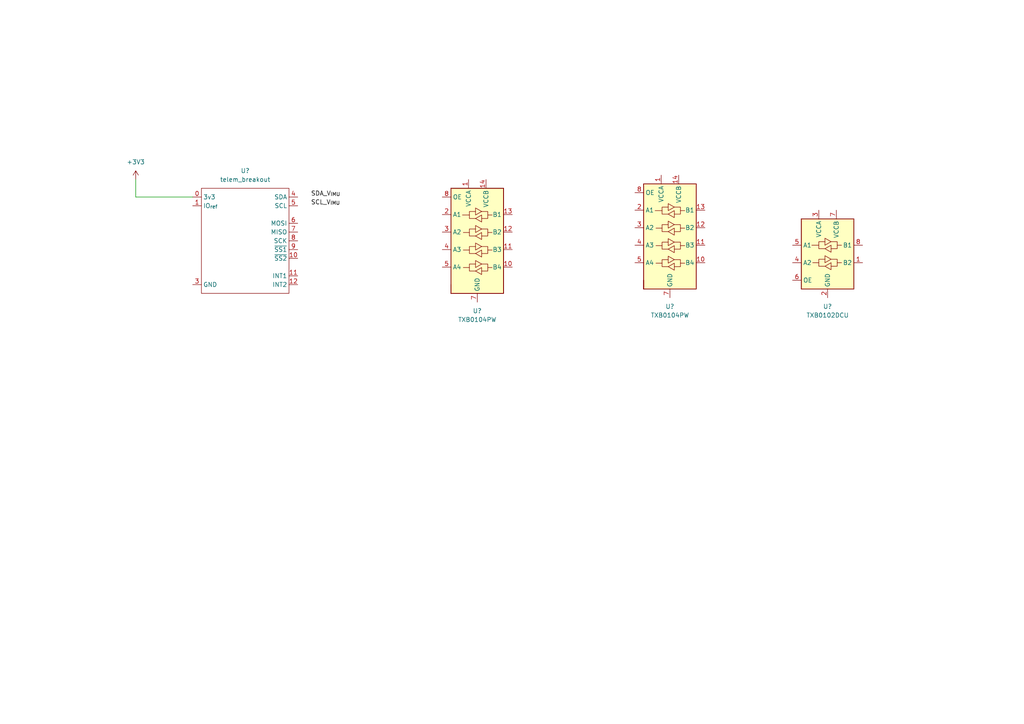
<source format=kicad_sch>
(kicad_sch (version 20210621) (generator eeschema)
  (paper "A4")
  (lib_symbols
    (symbol "Logic_LevelTranslator:TXB0102DCU"
      (property "Reference" "U" (at -6.35 11.43 0))
      (property "Value" "TXB0102DCU" (at 3.81 11.43 0))
      (symbol "TXB0102DCU_0_1"
        (rectangle (start -7.62 10.16) (end 7.62 -10.16) (stroke (width 0.254)) (fill (type background)))
        (polyline (pts (xy -2.54 -2.54) (xy -2.54 -1.524) (xy -0.762 -1.524)))
        (polyline (pts (xy -2.54 2.54) (xy -2.54 3.556) (xy -0.762 3.556)))
        (polyline (pts (xy 2.794 -2.54) (xy 2.794 -3.556) (xy 1.016 -3.556)))
        (polyline (pts (xy 2.794 2.54) (xy 2.794 1.524) (xy 1.016 1.524)))
        (polyline (pts (xy -0.762 -3.556) (xy -2.54 -3.556) (xy -2.54 -2.54) (xy -4.318 -2.54)))
        (polyline (pts (xy -0.762 -2.54) (xy -0.762 -0.508) (xy 1.016 -1.524) (xy -0.762 -2.54)))
        (polyline (pts (xy -0.762 1.524) (xy -2.54 1.524) (xy -2.54 2.54) (xy -4.572 2.54)))
        (polyline (pts (xy -0.762 2.54) (xy -0.762 4.572) (xy 1.016 3.556) (xy -0.762 2.54)))
        (polyline (pts (xy 1.016 -2.54) (xy 1.016 -4.572) (xy -0.762 -3.556) (xy 1.016 -2.54)))
        (polyline (pts (xy 1.016 -1.524) (xy 2.794 -1.524) (xy 2.794 -2.54) (xy 4.064 -2.54)))
        (polyline (pts (xy 1.016 3.556) (xy 2.794 3.556) (xy 2.794 2.54) (xy 4.064 2.54)))
        (polyline (pts (xy 1.016 2.54) (xy 1.016 0.762) (xy 1.016 0.508) (xy -0.762 1.524) (xy 1.016 2.54)))
      )
      (symbol "TXB0102DCU_1_1"
        (pin bidirectional line (at 10.16 -2.54 180) (length 2.54) (name "B2") (number "1"))
        (pin power_in line (at 0 -12.7 90) (length 2.54) (name "GND") (number "2"))
        (pin power_in line (at -2.54 12.7 270) (length 2.54) (name "VCCA") (number "3"))
        (pin bidirectional line (at -10.16 -2.54 0) (length 2.54) (name "A2") (number "4"))
        (pin bidirectional line (at -10.16 2.54 0) (length 2.54) (name "A1") (number "5"))
        (pin input line (at -10.16 -7.62 0) (length 2.54) (name "OE") (number "6"))
        (pin power_in line (at 2.54 12.7 270) (length 2.54) (name "VCCB") (number "7"))
        (pin bidirectional line (at 10.16 2.54 180) (length 2.54) (name "B1") (number "8"))
      )
    )
    (symbol "Logic_LevelTranslator:TXB0104PW"
      (property "Reference" "U" (at -6.35 16.51 0))
      (property "Value" "TXB0104PW" (at 3.81 16.51 0))
      (symbol "TXB0104PW_0_1"
        (rectangle (start -7.62 -15.24) (end -7.62 -12.7) (stroke (width 0.254)))
        (rectangle (start -7.62 15.24) (end 7.62 -15.24) (stroke (width 0.254)) (fill (type background)))
        (polyline (pts (xy -2.286 -7.747) (xy -2.286 -6.731) (xy -0.508 -6.731)))
        (polyline (pts (xy -2.286 -2.667) (xy -2.286 -1.651) (xy -0.508 -1.651)))
        (polyline (pts (xy -2.286 2.413) (xy -2.286 3.429) (xy -0.508 3.429)))
        (polyline (pts (xy -2.286 7.493) (xy -2.286 8.509) (xy -0.508 8.509)))
        (polyline (pts (xy 3.048 -7.747) (xy 3.048 -8.763) (xy 1.27 -8.763)))
        (polyline (pts (xy 3.048 -2.667) (xy 3.048 -3.683) (xy 1.27 -3.683)))
        (polyline (pts (xy 3.048 2.413) (xy 3.048 1.397) (xy 1.27 1.397)))
        (polyline (pts (xy 3.048 7.493) (xy 3.048 6.477) (xy 1.27 6.477)))
        (polyline (pts (xy -0.508 -8.763) (xy -2.286 -8.763) (xy -2.286 -7.747) (xy -4.064 -7.747)))
        (polyline (pts (xy -0.508 -8.763) (xy 1.27 -7.747) (xy 1.27 -9.779) (xy -0.508 -8.763)))
        (polyline (pts (xy -0.508 -3.683) (xy -2.286 -3.683) (xy -2.286 -2.667) (xy -4.064 -2.667)))
        (polyline (pts (xy -0.508 -3.683) (xy 1.27 -2.667) (xy 1.27 -4.699) (xy -0.508 -3.683)))
        (polyline (pts (xy -0.508 1.397) (xy -2.286 1.397) (xy -2.286 2.413) (xy -4.064 2.413)))
        (polyline (pts (xy -0.508 1.397) (xy 1.27 2.413) (xy 1.27 0.381) (xy -0.508 1.397)))
        (polyline (pts (xy -0.508 6.477) (xy -2.286 6.477) (xy -2.286 7.493) (xy -4.318 7.493)))
        (polyline (pts (xy -0.508 6.477) (xy 1.27 7.493) (xy 1.27 5.461) (xy -0.508 6.477)))
        (polyline (pts (xy 1.27 -6.731) (xy -0.508 -7.747) (xy -0.508 -5.715) (xy 1.27 -6.731)))
        (polyline (pts (xy 1.27 -6.731) (xy 3.048 -6.731) (xy 3.048 -7.747) (xy 4.318 -7.747)))
        (polyline (pts (xy 1.27 -1.651) (xy -0.508 -2.667) (xy -0.508 -0.635) (xy 1.27 -1.651)))
        (polyline (pts (xy 1.27 -1.651) (xy 3.048 -1.651) (xy 3.048 -2.667) (xy 4.318 -2.667)))
        (polyline (pts (xy 1.27 3.429) (xy -0.508 2.413) (xy -0.508 4.445) (xy 1.27 3.429)))
        (polyline (pts (xy 1.27 3.429) (xy 3.048 3.429) (xy 3.048 2.413) (xy 4.318 2.413)))
        (polyline (pts (xy 1.27 8.509) (xy -0.508 7.493) (xy -0.508 9.525) (xy 1.27 8.509)))
        (polyline (pts (xy 1.27 8.509) (xy 3.048 8.509) (xy 3.048 7.493) (xy 4.318 7.493)))
      )
      (symbol "TXB0104PW_1_1"
        (pin power_in line (at -2.54 17.78 270) (length 2.54) (name "VCCA") (number "1"))
        (pin bidirectional line (at 10.16 -7.62 180) (length 2.54) (name "B4") (number "10"))
        (pin bidirectional line (at 10.16 -2.54 180) (length 2.54) (name "B3") (number "11"))
        (pin bidirectional line (at 10.16 2.54 180) (length 2.54) (name "B2") (number "12"))
        (pin bidirectional line (at 10.16 7.62 180) (length 2.54) (name "B1") (number "13"))
        (pin power_in line (at 2.54 17.78 270) (length 2.54) (name "VCCB") (number "14"))
        (pin bidirectional line (at -10.16 7.62 0) (length 2.54) (name "A1") (number "2"))
        (pin bidirectional line (at -10.16 2.54 0) (length 2.54) (name "A2") (number "3"))
        (pin bidirectional line (at -10.16 -2.54 0) (length 2.54) (name "A3") (number "4"))
        (pin bidirectional line (at -10.16 -7.62 0) (length 2.54) (name "A4") (number "5"))
        (pin no_connect line (at -10.16 -12.7 0) (length 2.54) hide (name "NC") (number "6"))
        (pin power_in line (at 0 -17.78 90) (length 2.54) (name "GND") (number "7"))
        (pin input line (at -10.16 12.7 0) (length 2.54) (name "OE") (number "8"))
        (pin no_connect line (at 10.16 -12.7 180) (length 2.54) hide (name "NC") (number "9"))
      )
    )
    (symbol "a-team:telem_breakout"
      (property "Reference" "U" (at 0 -20.32 0))
      (property "Value" "telem_breakout" (at 0 15.24 0))
      (symbol "telem_breakout_0_1"
        (rectangle (start -12.7 12.7) (end 12.7 -17.78) (stroke (width 0.1524)))
      )
      (symbol "telem_breakout_1_1"
        (pin power_in line (at -15.24 10.16 0) (length 2.54) (name "3v3") (number "0"))
        (pin power_out line (at -15.24 7.62 0) (length 2.54) (name "IO_{ref}") (number "1"))
        (pin input line (at 15.24 -7.62 180) (length 2.54) (name "~{SS2}") (number "10"))
        (pin output line (at 15.24 -12.7 180) (length 2.54) (name "INT1") (number "11"))
        (pin output line (at 15.24 -15.24 180) (length 2.54) (name "INT2") (number "12"))
        (pin power_in line (at -15.24 -15.24 0) (length 2.54) (name "GND") (number "3"))
        (pin bidirectional line (at 15.24 10.16 180) (length 2.54) (name "SDA") (number "4"))
        (pin input line (at 15.24 7.62 180) (length 2.54) (name "SCL") (number "5"))
        (pin input line (at 15.24 2.54 180) (length 2.54) (name "MOSI") (number "6"))
        (pin output line (at 15.24 0 180) (length 2.54) (name "MISO") (number "7"))
        (pin input line (at 15.24 -2.54 180) (length 2.54) (name "SCK") (number "8"))
        (pin input line (at 15.24 -5.08 180) (length 2.54) (name "~{SS1}") (number "9"))
      )
    )
    (symbol "power:+3.3V" (power) (pin_names (offset 0))
      (property "Value" "+3.3V" (at 0 3.556 0))
      (symbol "+3.3V_0_1"
        (polyline (pts (xy -0.762 1.27) (xy 0 2.54)))
        (polyline (pts (xy 0 0) (xy 0 2.54)))
        (polyline (pts (xy 0 2.54) (xy 0.762 1.27)))
      )
      (symbol "+3.3V_1_1"
        (pin power_in line (at 0 0 90) (length 0) hide (name "+3V3") (number "1"))
      )
    )
  )
  (wire (pts (xy 39.37 52.07) (xy 39.37 57.15)))
  (wire (pts (xy 39.37 57.15) (xy 55.88 57.15)))
  (label "SDA_V_{IMU}" (at 90.17 57.15 0))
  (label "SCL_V_{IMU}" (at 90.17 59.69 0))
  (symbol (lib_id "power:+3.3V") (at 39.37 52.07 0) (unit 1)
    (property "Reference" "#PWR?" (effects hide))
    (property "Value" "+3.3V" (at 39.37 46.99 0))
  )
  (symbol (lib_id "Logic_LevelTranslator:TXB0102DCU") (at 240.03 73.66 0) (unit 1)
    (property "Reference" "U?" (at 240.03 88.9 0))
    (property "Value" "TXB0102DCU" (at 240.03 91.44 0))
    (property "Footprint" "Package_SO:VSSOP-8_2.4x2.1mm_P0.5mm" (effects hide))
    (property "Datasheet" "http://www.ti.com/lit/ds/symlink/txb0102.pdf" (effects hide))
  )
  (symbol (lib_id "Logic_LevelTranslator:TXB0104PW") (at 138.43 69.85 0) (unit 1)
    (property "Reference" "U?" (at 138.43 90.17 0))
    (property "Value" "TXB0104PW" (at 138.43 92.71 0))
    (property "Footprint" "Package_SO:TSSOP-14_4.4x5mm_P0.65mm" (effects hide))
    (property "Datasheet" "http://www.ti.com/lit/ds/symlink/txb0104.pdf" (effects hide))
  )
  (symbol (lib_id "Logic_LevelTranslator:TXB0104PW") (at 194.31 68.58 0) (unit 1)
    (property "Reference" "U?" (at 194.31 88.9 0))
    (property "Value" "TXB0104PW" (at 194.31 91.44 0))
    (property "Footprint" "Package_SO:TSSOP-14_4.4x5mm_P0.65mm" (effects hide))
    (property "Datasheet" "http://www.ti.com/lit/ds/symlink/txb0104.pdf" (effects hide))
  )
  (symbol (lib_id "a-team:telem_breakout") (at 71.12 67.31 0) (unit 1)
    (property "Reference" "U?" (at 71.12 49.53 0))
    (property "Value" "telem_breakout" (at 71.12 52.07 0))
  )
)
</source>
